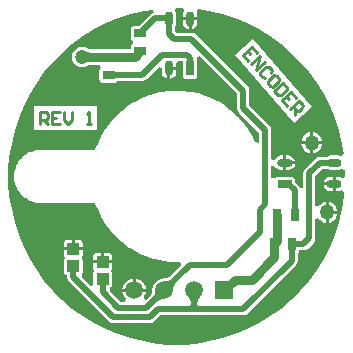
<source format=gtl>
G04 Layer_Physical_Order=1*
G04 Layer_Color=255*
%FSLAX25Y25*%
%MOIN*%
G70*
G01*
G75*
%ADD10R,0.03150X0.04134*%
%ADD11O,0.05118X0.02756*%
%ADD12R,0.05118X0.02756*%
%ADD13R,0.04134X0.03150*%
%ADD14R,0.04331X0.03937*%
%ADD15O,0.02756X0.05118*%
%ADD16R,0.02756X0.05118*%
%ADD17C,0.02953*%
%ADD18C,0.02000*%
%ADD19C,0.01000*%
%ADD20C,0.05905*%
%ADD21R,0.05905X0.05905*%
%ADD22C,0.05000*%
%ADD23C,0.04724*%
G36*
X42088Y109297D02*
X42160Y109267D01*
X42256Y109240D01*
X42377Y109217D01*
X42522Y109198D01*
X42886Y109169D01*
X43616Y109153D01*
Y106201D01*
X43348Y106199D01*
X42377Y106137D01*
X42256Y106114D01*
X42160Y106087D01*
X42088Y106057D01*
X42041Y106024D01*
Y109331D01*
X42088Y109297D01*
D02*
G37*
G36*
X71641Y32431D02*
X71454Y32229D01*
X71286Y32017D01*
X71139Y31794D01*
X71012Y31561D01*
X70905Y31318D01*
X70818Y31065D01*
X70750Y30801D01*
X70703Y30528D01*
X70676Y30244D01*
X70669Y29951D01*
X67746Y32874D01*
X68040Y32881D01*
X68323Y32908D01*
X68597Y32955D01*
X68860Y33022D01*
X69113Y33109D01*
X69356Y33217D01*
X69589Y33344D01*
X69812Y33491D01*
X70024Y33658D01*
X70227Y33846D01*
X71641Y32431D01*
D02*
G37*
G36*
X74208Y123604D02*
X74394Y122964D01*
X74138Y122581D01*
X73953Y121653D01*
Y120973D01*
X76378D01*
X78803D01*
Y121653D01*
X78618Y122581D01*
X78595Y122616D01*
X79174Y123521D01*
X82846Y122940D01*
X87131Y121911D01*
X91322Y120549D01*
X95393Y118863D01*
X99319Y116862D01*
X103076Y114560D01*
X106641Y111970D01*
X109992Y109108D01*
X113108Y105992D01*
X115970Y102641D01*
X118560Y99076D01*
X120862Y95319D01*
X122863Y91393D01*
X124549Y87322D01*
X125911Y83131D01*
X126939Y78846D01*
X127517Y75197D01*
X126613Y74618D01*
X126518Y74681D01*
X125591Y74866D01*
X123228D01*
X122301Y74681D01*
X122000Y74480D01*
X119685D01*
X118905Y74325D01*
X118243Y73883D01*
X114700Y70340D01*
X114258Y69678D01*
X114102Y68898D01*
Y63997D01*
X113118Y63900D01*
X113104Y63969D01*
X112662Y64631D01*
X112662Y64631D01*
X111453Y65841D01*
Y66732D01*
X111375Y67123D01*
X111154Y67453D01*
X110823Y67674D01*
X110433Y67752D01*
X105315D01*
X104925Y67674D01*
X104594Y67453D01*
X104464Y67259D01*
X103907Y67279D01*
X103480Y67423D01*
Y71359D01*
X104453Y71513D01*
X104979Y70727D01*
X105765Y70201D01*
X106693Y70016D01*
X107374D01*
Y72441D01*
Y74866D01*
X106693D01*
X105765Y74681D01*
X104979Y74155D01*
X104453Y73369D01*
X103480Y73523D01*
Y83205D01*
X103325Y83985D01*
X102883Y84647D01*
X96134Y91396D01*
Y96457D01*
X96134Y96457D01*
X95978Y97237D01*
X95536Y97899D01*
X95536Y97899D01*
X78214Y115222D01*
X77552Y115664D01*
X76772Y115819D01*
X71711D01*
X71330Y116199D01*
Y118063D01*
X71531Y118363D01*
X71716Y119291D01*
Y121653D01*
X71531Y122581D01*
X71258Y122990D01*
X71735Y123975D01*
X73935D01*
X74208Y123604D01*
D02*
G37*
G36*
X79581Y27600D02*
X79399Y27380D01*
X79239Y27154D01*
X79101Y26920D01*
X78983Y26679D01*
X78887Y26432D01*
X78813Y26177D01*
X78759Y25916D01*
X78727Y25647D01*
X78722Y25516D01*
X78727Y25432D01*
X78756Y25262D01*
X78807Y25112D01*
X78877Y24982D01*
X78966Y24872D01*
X79076Y24782D01*
X79207Y24712D01*
X79356Y24662D01*
X79527Y24632D01*
X79716Y24622D01*
X77716Y22622D01*
X75717Y24622D01*
X75906Y24632D01*
X76077Y24662D01*
X76227Y24712D01*
X76357Y24782D01*
X76467Y24872D01*
X76556Y24982D01*
X76626Y25112D01*
X76676Y25262D01*
X76706Y25432D01*
X76711Y25516D01*
X76706Y25647D01*
X76674Y25916D01*
X76621Y26177D01*
X76546Y26432D01*
X76450Y26679D01*
X76332Y26920D01*
X76194Y27154D01*
X76034Y27380D01*
X75852Y27600D01*
X75650Y27813D01*
X79783D01*
X79581Y27600D01*
D02*
G37*
G36*
X67687Y26969D02*
X67393Y26962D01*
X67110Y26935D01*
X66836Y26888D01*
X66573Y26820D01*
X66320Y26733D01*
X66077Y26626D01*
X65844Y26499D01*
X65621Y26351D01*
X65409Y26184D01*
X65206Y25997D01*
X63792Y27411D01*
X63980Y27613D01*
X64147Y27826D01*
X64294Y28049D01*
X64421Y28282D01*
X64529Y28525D01*
X64616Y28778D01*
X64683Y29041D01*
X64730Y29314D01*
X64757Y29598D01*
X64764Y29892D01*
X67687Y26969D01*
D02*
G37*
G36*
X64243Y122465D02*
X64054Y122427D01*
X63393Y121985D01*
X59553Y118146D01*
X57776D01*
X57385Y118068D01*
X57055Y117847D01*
X56834Y117516D01*
X56756Y117126D01*
Y113976D01*
X56834Y113586D01*
X57055Y113255D01*
X57234Y113136D01*
X57317Y112598D01*
X57234Y112061D01*
X57055Y111941D01*
X56834Y111611D01*
X56756Y111221D01*
Y110202D01*
X51629D01*
X51279Y110272D01*
X47146D01*
X46796Y110202D01*
X42759D01*
X42629Y110212D01*
X42562Y110221D01*
X42050Y110614D01*
X41232Y110953D01*
X40354Y111068D01*
X39477Y110953D01*
X38659Y110614D01*
X37956Y110075D01*
X37418Y109373D01*
X37079Y108555D01*
X36963Y107677D01*
X37079Y106799D01*
X37418Y105982D01*
X37956Y105279D01*
X38659Y104740D01*
X39477Y104402D01*
X40354Y104286D01*
X41232Y104402D01*
X42050Y104740D01*
X42553Y105127D01*
X42955Y105152D01*
X46411D01*
X46451Y105053D01*
X46575Y104168D01*
X46425Y104067D01*
X46204Y103737D01*
X46126Y103347D01*
Y100197D01*
X46204Y99807D01*
X46425Y99476D01*
X46755Y99255D01*
X47146Y99177D01*
X51279D01*
X51670Y99255D01*
X52000Y99476D01*
X52172Y99733D01*
X60433D01*
X61213Y99888D01*
X61875Y100330D01*
X65883Y104337D01*
X66867Y103930D01*
Y102756D01*
X67051Y101828D01*
X67577Y101041D01*
X68363Y100516D01*
X68791Y100431D01*
Y103937D01*
X69291D01*
Y104437D01*
X71716D01*
Y105118D01*
X71645Y105473D01*
X72350Y106457D01*
X73980D01*
Y101378D01*
X74058Y100988D01*
X74279Y100657D01*
X74610Y100436D01*
X75000Y100358D01*
X77756D01*
X78146Y100436D01*
X78477Y100657D01*
X78698Y100988D01*
X78776Y101378D01*
Y106496D01*
X78698Y106886D01*
X78579Y107064D01*
X78645Y107630D01*
X79678Y107989D01*
X92055Y95612D01*
Y90551D01*
X92211Y89771D01*
X92653Y89109D01*
X99402Y82360D01*
Y79151D01*
X99252Y79005D01*
X98081Y79238D01*
X96974Y81573D01*
X96872Y81732D01*
X96792Y81903D01*
X95049Y84627D01*
X94928Y84772D01*
X94827Y84931D01*
X92754Y87414D01*
X92615Y87542D01*
X92495Y87687D01*
X90126Y89888D01*
X89972Y89998D01*
X89835Y90127D01*
X87207Y92012D01*
X87040Y92101D01*
X86888Y92212D01*
X84043Y93750D01*
X83867Y93818D01*
X83701Y93908D01*
X80685Y95076D01*
X80502Y95120D01*
X80326Y95189D01*
X77187Y95967D01*
X76999Y95988D01*
X76817Y96034D01*
X73604Y96410D01*
X73416Y96407D01*
X73229Y96430D01*
X69994Y96398D01*
X69808Y96371D01*
X69619Y96370D01*
X66415Y95930D01*
X66233Y95880D01*
X66046Y95855D01*
X62923Y95015D01*
X62749Y94942D01*
X62567Y94894D01*
X59575Y93666D01*
X59411Y93572D01*
X59236Y93501D01*
X56423Y91906D01*
X56272Y91792D01*
X56108Y91700D01*
X53518Y89762D01*
X53383Y89631D01*
X53232Y89518D01*
X50907Y87270D01*
X50790Y87122D01*
X50654Y86991D01*
X48631Y84467D01*
X48534Y84306D01*
X48415Y84159D01*
X46727Y81401D01*
X46651Y81228D01*
X46552Y81068D01*
X45225Y78118D01*
X45171Y77937D01*
X45093Y77766D01*
X44793Y76781D01*
X26622D01*
X26467Y76761D01*
X26311Y76765D01*
X25083Y76636D01*
X24780Y76563D01*
X24474Y76507D01*
X23300Y76125D01*
X23019Y75991D01*
X22731Y75872D01*
X21662Y75254D01*
X21415Y75065D01*
X21158Y74888D01*
X20241Y74063D01*
X20038Y73826D01*
X19824Y73600D01*
X19098Y72601D01*
X18950Y72327D01*
X18787Y72062D01*
X18285Y70934D01*
X18196Y70635D01*
X18092Y70342D01*
X17836Y69134D01*
X17811Y68824D01*
X17771Y68515D01*
Y67280D01*
X17811Y66971D01*
X17836Y66661D01*
X18092Y65453D01*
X18196Y65160D01*
X18285Y64861D01*
X18787Y63734D01*
X18950Y63468D01*
X19098Y63194D01*
X19824Y62195D01*
X20038Y61970D01*
X20241Y61733D01*
X21158Y60907D01*
X21415Y60730D01*
X21662Y60541D01*
X22731Y59923D01*
X23019Y59804D01*
X23300Y59670D01*
X24474Y59289D01*
X24780Y59232D01*
X25083Y59159D01*
X26311Y59030D01*
X26467Y59034D01*
X26622Y59014D01*
X44793D01*
X45093Y58030D01*
X45171Y57858D01*
X45225Y57677D01*
X46552Y54728D01*
X46651Y54567D01*
X46727Y54395D01*
X48415Y51636D01*
X48534Y51489D01*
X48632Y51328D01*
X50654Y48804D01*
X50790Y48673D01*
X50907Y48526D01*
X53232Y46277D01*
X53383Y46165D01*
X53518Y46033D01*
X56108Y44095D01*
X56272Y44003D01*
X56423Y43889D01*
X59236Y42294D01*
X59411Y42223D01*
X59575Y42129D01*
X62567Y40901D01*
X62749Y40853D01*
X62923Y40781D01*
X66046Y39940D01*
X66233Y39915D01*
X66415Y39865D01*
X69619Y39425D01*
X69808Y39424D01*
X69995Y39398D01*
X72888Y39369D01*
X73300Y38518D01*
X73310Y38399D01*
X69287Y34375D01*
X69214Y34318D01*
X69063Y34218D01*
X68905Y34132D01*
X68741Y34059D01*
X68568Y34000D01*
X68384Y33953D01*
X68188Y33919D01*
X67979Y33899D01*
X67813Y33895D01*
X67716Y33908D01*
X66685Y33772D01*
X65723Y33374D01*
X64897Y32740D01*
X64264Y31915D01*
X63866Y30953D01*
X63730Y29921D01*
X63742Y29824D01*
X63739Y29659D01*
X63718Y29450D01*
X63685Y29254D01*
X63638Y29070D01*
X63578Y28897D01*
X63506Y28733D01*
X63420Y28575D01*
X63320Y28424D01*
X63262Y28351D01*
X61609Y26698D01*
X61488Y26726D01*
X61093Y27829D01*
X61169Y27928D01*
X61568Y28889D01*
X61638Y29421D01*
X57717D01*
X53795D01*
X53865Y28889D01*
X54264Y27928D01*
X54897Y27102D01*
X54979Y27039D01*
X54645Y26055D01*
X53335D01*
X49579Y29811D01*
X49793Y30819D01*
X49825Y30866D01*
X50130Y31070D01*
X50351Y31401D01*
X50429Y31791D01*
Y35728D01*
X50351Y36119D01*
X50130Y36449D01*
Y36779D01*
X50351Y37110D01*
X50429Y37500D01*
Y38969D01*
X44059D01*
Y37500D01*
X44137Y37110D01*
X44358Y36779D01*
Y36449D01*
X44137Y36119D01*
X44059Y35728D01*
Y31870D01*
X43878Y31716D01*
X43132Y31405D01*
X40253Y34284D01*
X40232Y34347D01*
X40288Y35401D01*
X40509Y35732D01*
X40587Y36122D01*
Y40059D01*
X40509Y40449D01*
X40288Y40780D01*
Y41110D01*
X40509Y41440D01*
X40587Y41831D01*
Y43299D01*
X34217D01*
Y41831D01*
X34294Y41440D01*
X34515Y41110D01*
Y40780D01*
X34294Y40449D01*
X34217Y40059D01*
Y36122D01*
X34294Y35732D01*
X34515Y35401D01*
X34846Y35180D01*
X35236Y35102D01*
X35362D01*
Y34252D01*
X35518Y33472D01*
X35960Y32810D01*
X49196Y19574D01*
X49857Y19132D01*
X50638Y18977D01*
X63054D01*
X63834Y19132D01*
X64496Y19574D01*
X66505Y21583D01*
X94095D01*
X94875Y21738D01*
X95536Y22180D01*
X111678Y38322D01*
X112120Y38983D01*
X112275Y39764D01*
Y42316D01*
X112532Y42488D01*
X112753Y42818D01*
X112831Y43209D01*
Y43236D01*
X114173D01*
X114954Y43392D01*
X115615Y43834D01*
X117584Y45802D01*
X118026Y46464D01*
X118181Y47244D01*
Y53647D01*
X119165Y53912D01*
X119551Y53409D01*
X120282Y52848D01*
X121134Y52496D01*
X121547Y52441D01*
Y55905D01*
Y59370D01*
X121134Y59315D01*
X120282Y58963D01*
X119551Y58402D01*
X119165Y57899D01*
X118181Y58164D01*
Y68053D01*
X120530Y70402D01*
X122000D01*
X122301Y70201D01*
X123228Y70016D01*
X125591D01*
X126518Y70201D01*
X126956Y70494D01*
X127939Y70114D01*
X127974Y70080D01*
Y67715D01*
X127953Y67694D01*
X126990Y67279D01*
X126518Y67594D01*
X125591Y67779D01*
X124909D01*
Y65354D01*
Y62930D01*
X125591D01*
X126518Y63114D01*
X126799Y63302D01*
X127743Y62749D01*
X127629Y61301D01*
X126939Y56949D01*
X125911Y52664D01*
X124549Y48474D01*
X122863Y44402D01*
X120862Y40476D01*
X118560Y36719D01*
X115970Y33154D01*
X113108Y29803D01*
X109992Y26687D01*
X106641Y23825D01*
X103076Y21235D01*
X99319Y18933D01*
X95393Y16932D01*
X91322Y15246D01*
X87131Y13884D01*
X82846Y12856D01*
X78494Y12166D01*
X74101Y11821D01*
X69694D01*
X65301Y12166D01*
X60949Y12856D01*
X56664Y13884D01*
X52473Y15246D01*
X48402Y16932D01*
X44476Y18933D01*
X40719Y21235D01*
X37154Y23825D01*
X33803Y26687D01*
X30687Y29803D01*
X27825Y33154D01*
X25235Y36719D01*
X22933Y40476D01*
X20932Y44402D01*
X19246Y48473D01*
X17884Y52664D01*
X16856Y56949D01*
X16166Y61301D01*
X15821Y65694D01*
Y70101D01*
X16166Y74494D01*
X16856Y78846D01*
X17884Y83131D01*
X19246Y87322D01*
X20932Y91393D01*
X22933Y95319D01*
X25235Y99076D01*
X27825Y102641D01*
X30687Y105992D01*
X33803Y109108D01*
X37154Y111970D01*
X40719Y114560D01*
X44476Y116862D01*
X48402Y118863D01*
X52473Y120549D01*
X56664Y121911D01*
X60949Y122940D01*
X64070Y123434D01*
X64243Y122465D01*
D02*
G37*
%LPC*%
G36*
X97254Y113676D02*
X91273Y108461D01*
X111143Y85668D01*
X117125Y90883D01*
X97254Y113676D01*
D02*
G37*
G36*
X117429Y82598D02*
Y79634D01*
X120394D01*
X120339Y80048D01*
X119986Y80899D01*
X119425Y81630D01*
X118694Y82191D01*
X117843Y82544D01*
X117429Y82598D01*
D02*
G37*
G36*
X78803Y119973D02*
X76878D01*
Y116966D01*
X77306Y117051D01*
X78092Y117577D01*
X78618Y118363D01*
X78803Y119291D01*
Y119973D01*
D02*
G37*
G36*
X75878D02*
X73953D01*
Y119291D01*
X74138Y118363D01*
X74664Y117577D01*
X75450Y117051D01*
X75878Y116966D01*
Y119973D01*
D02*
G37*
G36*
X109055Y74866D02*
X108374D01*
Y72941D01*
X111380D01*
X111295Y73369D01*
X110769Y74155D01*
X109983Y74681D01*
X109055Y74866D01*
D02*
G37*
G36*
X111380Y71941D02*
X108374D01*
Y70016D01*
X109055D01*
X109983Y70201D01*
X110769Y70727D01*
X111295Y71513D01*
X111380Y71941D01*
D02*
G37*
G36*
X116429Y82598D02*
X116016Y82544D01*
X115164Y82191D01*
X114433Y81630D01*
X113872Y80899D01*
X113519Y80048D01*
X113465Y79634D01*
X116429D01*
Y82598D01*
D02*
G37*
G36*
X120394Y78634D02*
X117429D01*
Y75669D01*
X117843Y75724D01*
X118694Y76077D01*
X119425Y76638D01*
X119986Y77369D01*
X120339Y78220D01*
X120394Y78634D01*
D02*
G37*
G36*
X116429D02*
X113465D01*
X113519Y78220D01*
X113872Y77369D01*
X114433Y76638D01*
X115164Y76077D01*
X116016Y75724D01*
X116429Y75669D01*
Y78634D01*
D02*
G37*
G36*
X39567Y46787D02*
X37902D01*
Y44299D01*
X40587D01*
Y45768D01*
X40509Y46158D01*
X40288Y46489D01*
X39957Y46710D01*
X39567Y46787D01*
D02*
G37*
G36*
X125512Y55405D02*
X122547D01*
Y52441D01*
X122961Y52496D01*
X123812Y52848D01*
X124543Y53409D01*
X125104Y54140D01*
X125457Y54992D01*
X125512Y55405D01*
D02*
G37*
G36*
X123909Y64854D02*
X120903D01*
X120988Y64426D01*
X121514Y63640D01*
X122301Y63114D01*
X123228Y62930D01*
X123909D01*
Y64854D01*
D02*
G37*
G36*
X122547Y59370D02*
Y56406D01*
X125512D01*
X125457Y56819D01*
X125104Y57671D01*
X124543Y58402D01*
X123812Y58963D01*
X122961Y59315D01*
X122547Y59370D01*
D02*
G37*
G36*
X58217Y33842D02*
Y30421D01*
X61638D01*
X61568Y30953D01*
X61169Y31915D01*
X60536Y32740D01*
X59710Y33374D01*
X58748Y33772D01*
X58217Y33842D01*
D02*
G37*
G36*
X57217Y33842D02*
X56685Y33772D01*
X55723Y33374D01*
X54897Y32740D01*
X54264Y31915D01*
X53865Y30953D01*
X53795Y30421D01*
X57217D01*
Y33842D01*
D02*
G37*
G36*
X46744Y42457D02*
X45079D01*
X44689Y42379D01*
X44358Y42158D01*
X44137Y41827D01*
X44059Y41437D01*
Y39968D01*
X46744D01*
Y42457D01*
D02*
G37*
G36*
X36902Y46787D02*
X35236D01*
X34846Y46710D01*
X34515Y46489D01*
X34294Y46158D01*
X34217Y45768D01*
Y44299D01*
X36902D01*
Y46787D01*
D02*
G37*
G36*
X49409Y42457D02*
X47744D01*
Y39968D01*
X50429D01*
Y41437D01*
X50351Y41827D01*
X50130Y42158D01*
X49800Y42379D01*
X49409Y42457D01*
D02*
G37*
G36*
X45433Y91369D02*
X24378D01*
Y83433D01*
X45433D01*
Y91369D01*
D02*
G37*
G36*
X71716Y103437D02*
X69791D01*
Y100431D01*
X70219Y100516D01*
X71006Y101041D01*
X71531Y101828D01*
X71716Y102756D01*
Y103437D01*
D02*
G37*
G36*
X123909Y67779D02*
X123228D01*
X122301Y67594D01*
X121514Y67069D01*
X120988Y66282D01*
X120903Y65854D01*
X123909D01*
Y67779D01*
D02*
G37*
%LPD*%
D10*
X104331Y45276D02*
D03*
X110236D02*
D03*
X105315Y55118D02*
D03*
X111221D02*
D03*
D11*
X124409Y65354D02*
D03*
Y72441D02*
D03*
X107874D02*
D03*
D12*
Y65354D02*
D03*
D13*
X59842Y109646D02*
D03*
Y115551D02*
D03*
X49213Y107677D02*
D03*
Y101772D02*
D03*
D14*
X47244Y39469D02*
D03*
Y33760D02*
D03*
X37402Y43799D02*
D03*
Y38091D02*
D03*
D15*
X76378Y120472D02*
D03*
X69291D02*
D03*
Y103937D02*
D03*
D16*
X76378D02*
D03*
D17*
X105315Y46260D02*
Y55118D01*
X104331Y45276D02*
X105315Y46260D01*
X104331Y40945D02*
Y45276D01*
X96850Y33465D02*
X104331Y40945D01*
X91260Y33465D02*
X96850D01*
X87717Y29921D02*
X91260Y33465D01*
X40354Y107677D02*
X49213D01*
X57874D02*
X59842Y109646D01*
X49213Y107677D02*
X57874D01*
D18*
X64834Y120543D02*
X69291D01*
Y120472D02*
Y120543D01*
Y115354D02*
Y120472D01*
X59842Y115551D02*
X64834Y120543D01*
X76378Y103937D02*
Y107480D01*
X75362Y108496D02*
X76378Y107480D01*
X67158Y108496D02*
X75362D01*
X60433Y101772D02*
X67158Y108496D01*
X111221Y55118D02*
Y63189D01*
X109055Y65354D02*
X111221Y63189D01*
X107874Y65354D02*
X109055D01*
X37402Y34252D02*
X50638Y21016D01*
X37402Y34252D02*
Y38091D01*
X50638Y21016D02*
X63054D01*
X65660Y23622D02*
X77716D01*
X63054Y21016D02*
X65660Y23622D01*
X94095D02*
X110236Y39764D01*
X77716Y23622D02*
X94095D01*
X77716D02*
Y29921D01*
X110236Y39764D02*
Y45276D01*
X101441Y58602D02*
Y83205D01*
X99621Y56783D02*
X101441Y58602D01*
X99621Y49227D02*
Y56783D01*
X52490Y24016D02*
X61811D01*
X47244Y29262D02*
X52490Y24016D01*
X47244Y29262D02*
Y33760D01*
X94095Y90551D02*
X101441Y83205D01*
X94095Y90551D02*
Y96457D01*
X76772Y113779D02*
X94095Y96457D01*
X88784Y38390D02*
X99621Y49227D01*
X76186Y38390D02*
X88784D01*
X70866Y113779D02*
X76772D01*
X69291Y115354D02*
X70866Y113779D01*
X119685Y72441D02*
X124409D01*
X116142Y68898D02*
X119685Y72441D01*
X67716Y29921D02*
X76186Y38390D01*
X49213Y101772D02*
X60433D01*
X110236Y45276D02*
X114173D01*
X61811Y24016D02*
X67716Y29921D01*
X116142Y47244D02*
Y68898D01*
X114173Y45276D02*
X116142Y47244D01*
D19*
X26378Y85433D02*
Y89369D01*
X28346D01*
X29002Y88713D01*
Y87401D01*
X28346Y86745D01*
X26378D01*
X27690D02*
X29002Y85433D01*
X32937Y89369D02*
X30314D01*
Y85433D01*
X32937D01*
X30314Y87401D02*
X31626D01*
X34249Y89369D02*
Y86745D01*
X35561Y85433D01*
X36873Y86745D01*
Y89369D01*
X42121Y85433D02*
X43433D01*
X42777D01*
Y89369D01*
X42121Y88713D01*
X98785Y108876D02*
X97061Y110854D01*
X94095Y108268D01*
X95819Y106290D01*
X95578Y109561D02*
X96440Y108572D01*
X96681Y105301D02*
X99647Y107887D01*
X98405Y103323D01*
X101372Y105910D01*
X103463Y102512D02*
X103527Y103437D01*
X102665Y104426D01*
X101739Y104490D01*
X99762Y102766D01*
X99698Y101840D01*
X100560Y100851D01*
X101486Y100788D01*
X106113Y100471D02*
X105251Y101460D01*
X104326Y101523D01*
X102348Y99799D01*
X102285Y98873D01*
X103147Y97884D01*
X104072Y97821D01*
X106050Y99545D01*
X106113Y100471D01*
X107406Y98987D02*
X104440Y96401D01*
X105733Y94918D01*
X106658Y94854D01*
X108636Y96579D01*
X108700Y97504D01*
X107406Y98987D01*
X111717Y94043D02*
X109993Y96021D01*
X107026Y93435D01*
X108750Y91457D01*
X108509Y94728D02*
X109371Y93739D01*
X109612Y90468D02*
X112579Y93054D01*
X113872Y91571D01*
X113809Y90645D01*
X112820Y89783D01*
X111894Y89847D01*
X110601Y91330D01*
X111463Y90341D02*
X111337Y88490D01*
D20*
X57717Y29921D02*
D03*
X67716D02*
D03*
X77716D02*
D03*
D21*
X87717D02*
D03*
D22*
X116929Y79134D02*
D03*
X122047Y55905D02*
D03*
D23*
X40354Y107677D02*
D03*
M02*

</source>
